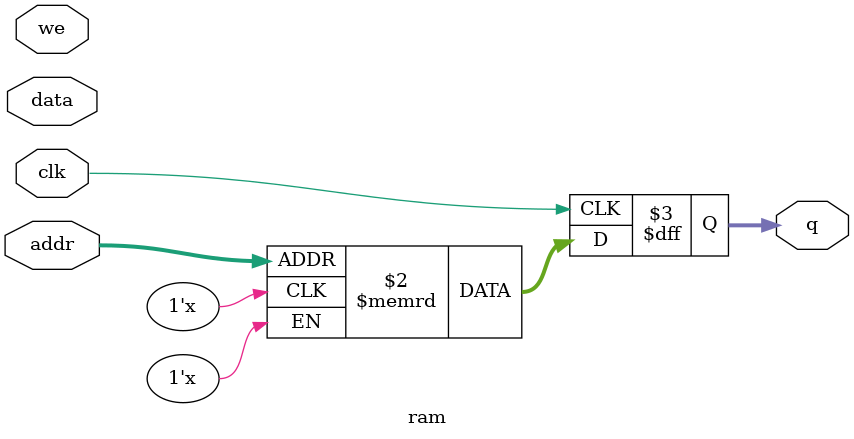
<source format=v>
module ram #(
    parameter ADDR_WIDTH=6,
    parameter DATA_WIDTH=8
) (
    input [DATA_WIDTH-1:0] data,
    input [ADDR_WIDTH-1:0] addr,
    input we, clk,
    output [7:0] q
);
reg [DATA_WIDTH-1:0] ram[2**ADDR_WIDTH-1:0];
// when we is high, write data to ram at address addr
// assign the ram value at address addr to q
always @(posedge clk)
	q <= ram[addr];

endmodule

</source>
